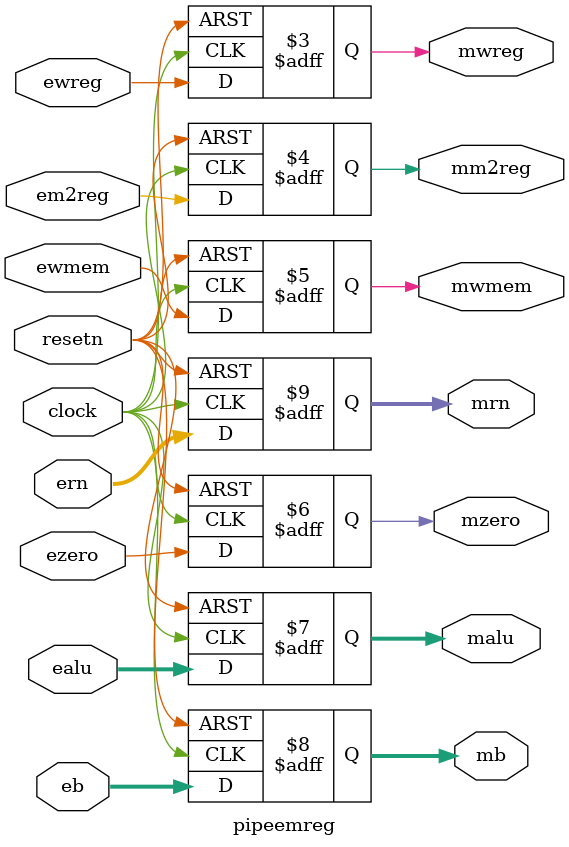
<source format=v>
module pipeemreg(ewreg,em2reg,ewmem,ealu,eb,ern,ezero,clock,resetn,
					mwreg,mm2reg,mwmem,malu,mb,mrn,mzero);
	input          ewreg, em2reg, ewmem, ezero, clock, resetn;
	input  [31:0]  ealu, eb;
	input  [4:0]   ern;
	output         mwreg, mm2reg, mwmem, mzero;
	output [31:0]  malu, mb;
	output [4:0]   mrn;
	reg            mwreg, mm2reg, mwmem, mzero;
	reg    [31:0]  malu, mb;
	reg    [4:0]   mrn;
	
	always @( posedge clock or negedge resetn)
	begin
		if (resetn == 0 )  // 清零
		begin
			mwreg <= 0;
			mm2reg <= 0;
			mwmem <= 0;
			malu <= 0;
			mb <= 0;
			mrn <= 0;
			mzero <=0;
		end
		else
		begin
			mwreg <= ewreg;
			mm2reg <= em2reg;
			mwmem <= ewmem;
			malu <= ealu;
			mb <= eb;
			mrn <= ern;
			mzero <= ezero;
		end
	end
endmodule 
</source>
